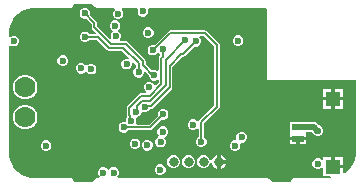
<source format=gbl>
%TF.GenerationSoftware,Altium Limited,Altium Designer,24.5.2 (23)*%
G04 Layer_Physical_Order=4*
G04 Layer_Color=16711680*
%FSLAX45Y45*%
%MOMM*%
%TF.SameCoordinates,D9EDD973-4EFE-478D-9CC6-8A1B8994CF0D*%
%TF.FilePolarity,Positive*%
%TF.FileFunction,Copper,L4,Bot,Signal*%
%TF.Part,Single*%
G01*
G75*
%TA.AperFunction,Conductor*%
%ADD30C,0.15000*%
%ADD32C,0.50000*%
%TA.AperFunction,ComponentPad*%
%ADD33C,1.77800*%
%ADD34C,0.80000*%
%TA.AperFunction,ViaPad*%
%ADD35C,0.60000*%
%ADD36C,0.50000*%
%TA.AperFunction,SMDPad,CuDef*%
%ADD37R,1.30000X1.26000*%
%ADD38R,1.00000X0.55000*%
G36*
X250048Y1485972D02*
X259972Y1479341D01*
X278349Y1471729D01*
X290054Y1469401D01*
X422601D01*
X427861Y1456701D01*
X419051Y1447890D01*
X412200Y1431351D01*
Y1413449D01*
X419051Y1396910D01*
X431710Y1384251D01*
X448249Y1377400D01*
X466151D01*
X482690Y1384251D01*
X495349Y1396910D01*
X502200Y1413449D01*
Y1431351D01*
X495349Y1447890D01*
X486539Y1456701D01*
X491799Y1469401D01*
X616273D01*
X624759Y1456701D01*
X621544Y1448940D01*
Y1431038D01*
X628395Y1414498D01*
X641053Y1401840D01*
X657593Y1394989D01*
X675495D01*
X692034Y1401840D01*
X704693Y1414498D01*
X711544Y1431038D01*
Y1448940D01*
X708329Y1456701D01*
X716815Y1469401D01*
X1700000Y1469401D01*
X1700004Y1469402D01*
X1700007Y1469401D01*
X1701800Y1469401D01*
X1714500Y1458586D01*
Y863600D01*
X2469413D01*
X2469414Y250001D01*
X2469413Y228390D01*
X2460981Y186000D01*
X2444441Y146068D01*
X2420429Y110132D01*
X2389867Y79570D01*
X2374515Y69312D01*
X2363315Y75299D01*
Y111477D01*
X2278315D01*
Y126477D01*
X2263315D01*
Y209477D01*
X2193315D01*
Y186985D01*
X2180615Y181725D01*
X2171790Y190549D01*
X2155251Y197400D01*
X2137349D01*
X2120810Y190549D01*
X2108151Y177890D01*
X2101300Y161351D01*
Y143449D01*
X2108151Y126910D01*
X2120810Y114251D01*
X2137349Y107400D01*
X2155251D01*
X2171790Y114251D01*
X2180615Y123075D01*
X2193315Y117815D01*
Y43477D01*
X2254369D01*
X2259999Y30777D01*
X2259826Y30587D01*
X2250000D01*
X1950001Y30587D01*
X1938296Y28258D01*
X1928373Y21628D01*
X1921742Y11704D01*
X1919414Y0D01*
X1763970D01*
X1749962Y14015D01*
X1740040Y20648D01*
X1721660Y28266D01*
X1709955Y30597D01*
X1700008Y30599D01*
X1700005Y30599D01*
X1700001Y30600D01*
X455279D01*
X450019Y43300D01*
X456176Y49457D01*
X463027Y65997D01*
Y83899D01*
X456176Y100438D01*
X443518Y113097D01*
X426978Y119948D01*
X409076D01*
X392537Y113097D01*
X383331Y103891D01*
X375447Y101681D01*
X367562Y103891D01*
X358356Y113097D01*
X341817Y119948D01*
X323915D01*
X307375Y113097D01*
X294717Y100438D01*
X287866Y83899D01*
Y65997D01*
X294717Y49457D01*
X300874Y43300D01*
X295614Y30600D01*
X290054D01*
X278349Y28271D01*
X259972Y20659D01*
X250048Y14029D01*
X236020Y0D01*
X80586D01*
X78258Y11704D01*
X71627Y21628D01*
X61704Y28258D01*
X49999Y30587D01*
X-250000Y30586D01*
X-271611Y30587D01*
X-314000Y39018D01*
X-353932Y55559D01*
X-389868Y79571D01*
X-420430Y110132D01*
X-444442Y146069D01*
X-460982Y186000D01*
X-469413Y228389D01*
Y250000D01*
X-469414Y1151110D01*
X-456713Y1156371D01*
X-451180Y1150837D01*
X-434640Y1143986D01*
X-416739D01*
X-400199Y1150837D01*
X-387540Y1163496D01*
X-380690Y1180035D01*
Y1197937D01*
X-387540Y1214477D01*
X-400199Y1227135D01*
X-416739Y1233986D01*
X-434640D01*
X-451180Y1227135D01*
X-456714Y1221602D01*
X-469414Y1226862D01*
X-469413Y1271610D01*
X-460982Y1314000D01*
X-444441Y1353932D01*
X-420429Y1389868D01*
X-389868Y1420429D01*
X-353931Y1444442D01*
X-314000Y1460981D01*
X-271610Y1469413D01*
X-250000D01*
X49999Y1469414D01*
X61704Y1471742D01*
X71628Y1478373D01*
X78258Y1488296D01*
X80586Y1499999D01*
X189703D01*
X236021D01*
X250048Y1485972D01*
D02*
G37*
%LPC*%
G36*
X185142Y1470243D02*
X167240D01*
X150701Y1463392D01*
X138042Y1450733D01*
X131192Y1434194D01*
Y1416292D01*
X138042Y1399752D01*
X150701Y1387094D01*
X167240Y1380243D01*
X185142D01*
X187692Y1381299D01*
X232294Y1336698D01*
Y1305564D01*
X234040Y1296785D01*
X239013Y1289342D01*
X270391Y1257964D01*
X265531Y1246230D01*
X219889D01*
X218160Y1250404D01*
X205501Y1263063D01*
X188962Y1269914D01*
X171060D01*
X154521Y1263063D01*
X141862Y1250404D01*
X135011Y1233865D01*
Y1215963D01*
X141862Y1199424D01*
X154521Y1186765D01*
X171060Y1179914D01*
X188962D01*
X205501Y1186765D01*
X218160Y1199424D01*
X218544Y1200349D01*
X278508D01*
X363079Y1115779D01*
X370521Y1110806D01*
X379300Y1109060D01*
X489702D01*
X549080Y1049681D01*
X541886Y1038915D01*
X539191Y1040031D01*
X521290D01*
X504750Y1033180D01*
X492091Y1020522D01*
X485241Y1003982D01*
Y986080D01*
X492091Y969541D01*
X504750Y956882D01*
X521290Y950031D01*
X539191D01*
X555731Y956882D01*
X568390Y969541D01*
X575240Y986080D01*
Y1003982D01*
X574124Y1006677D01*
X584891Y1013871D01*
X608190Y990572D01*
Y964378D01*
X605640Y963322D01*
X592981Y950663D01*
X586130Y934124D01*
Y916222D01*
X592981Y899682D01*
X605640Y887024D01*
X622179Y880173D01*
X640081D01*
X656621Y887024D01*
X669279Y899682D01*
X676130Y916222D01*
Y927423D01*
X688830Y932683D01*
X718968Y902546D01*
Y890589D01*
X725819Y874049D01*
X738477Y861391D01*
X755017Y854540D01*
X772919D01*
X787957Y860769D01*
X800657Y855996D01*
Y837525D01*
X776956Y813823D01*
X761975Y816803D01*
X758700Y824712D01*
X746041Y837370D01*
X729501Y844221D01*
X711600D01*
X695060Y837370D01*
X682401Y824712D01*
X675551Y808172D01*
Y790270D01*
X682401Y773731D01*
X693111Y763021D01*
X691112Y753806D01*
X689218Y750321D01*
X653339D01*
X644560Y748575D01*
X637117Y743602D01*
X637117Y743601D01*
X536475Y642960D01*
X531502Y635517D01*
X529756Y626738D01*
Y560620D01*
X531502Y551841D01*
X534207Y547793D01*
X528076Y541662D01*
X521225Y525123D01*
Y515984D01*
X515564Y506087D01*
X509492Y504871D01*
X496966D01*
X480427Y498020D01*
X467768Y485361D01*
X460918Y468822D01*
Y450920D01*
X467768Y434381D01*
X480427Y421722D01*
X496966Y414871D01*
X514868D01*
X531408Y421722D01*
X544066Y434381D01*
X545123Y436931D01*
X729411D01*
X738190Y438677D01*
X745632Y443650D01*
X826544Y524562D01*
X829094Y523505D01*
X846996D01*
X863536Y530356D01*
X876194Y543015D01*
X883045Y559554D01*
Y577456D01*
X876194Y593996D01*
X863536Y606654D01*
X846996Y613505D01*
X829094D01*
X812555Y606654D01*
X799896Y593996D01*
X793045Y577456D01*
Y559554D01*
X794102Y557004D01*
X719909Y482812D01*
X613098D01*
X606375Y495512D01*
X611225Y507221D01*
Y525123D01*
X607792Y533411D01*
X616278Y546111D01*
X618787D01*
X635326Y552962D01*
X647985Y565620D01*
X654673Y581767D01*
X654836Y582160D01*
X667536Y589139D01*
X672736Y586985D01*
X690638D01*
X707177Y593836D01*
X719836Y606495D01*
X724053Y616676D01*
X734187D01*
X742966Y618422D01*
X750408Y623395D01*
X909819Y782806D01*
X914792Y790249D01*
X916538Y799028D01*
Y972995D01*
X1001279Y1057736D01*
X1007235D01*
X1016014Y1059482D01*
X1023457Y1064455D01*
X1102524Y1143521D01*
X1105073Y1142465D01*
X1122975D01*
X1139515Y1149316D01*
X1152173Y1161975D01*
X1159024Y1178514D01*
Y1196416D01*
X1152173Y1212956D01*
X1143470Y1221659D01*
X1148730Y1234359D01*
X1184298D01*
X1272459Y1146198D01*
Y644502D01*
X1145887Y517930D01*
X1142265Y512509D01*
X1138368Y511064D01*
X1134412Y510482D01*
X1127963Y510476D01*
X1117690Y520749D01*
X1101151Y527600D01*
X1083249D01*
X1066710Y520749D01*
X1054051Y508090D01*
X1047200Y491551D01*
Y473649D01*
X1054051Y457110D01*
X1066710Y444451D01*
X1083249Y437600D01*
X1101151D01*
X1117690Y444451D01*
X1126468Y453229D01*
X1139168Y447968D01*
Y374899D01*
X1136618Y373843D01*
X1123960Y361184D01*
X1117109Y344644D01*
Y326743D01*
X1123960Y310203D01*
X1136618Y297544D01*
X1153158Y290694D01*
X1171060D01*
X1187599Y297544D01*
X1200258Y310203D01*
X1207109Y326743D01*
Y344644D01*
X1200258Y361184D01*
X1187599Y373843D01*
X1185049Y374899D01*
Y492206D01*
X1311621Y618778D01*
X1311621Y618779D01*
X1316594Y626221D01*
X1318341Y635000D01*
Y1155700D01*
X1316594Y1164479D01*
X1311621Y1171921D01*
X1311621Y1171922D01*
X1210021Y1273521D01*
X1202579Y1278494D01*
X1193800Y1280241D01*
X899935D01*
X891156Y1278494D01*
X883713Y1273521D01*
X766585Y1156393D01*
X760796Y1158790D01*
X742894D01*
X726354Y1151940D01*
X713696Y1139281D01*
X706845Y1122741D01*
Y1104840D01*
X713696Y1088300D01*
X726354Y1075641D01*
X742894Y1068791D01*
X760796D01*
X777335Y1075641D01*
X789994Y1088300D01*
X804590Y1090353D01*
X812241Y1082702D01*
X814791Y1081646D01*
Y1068255D01*
X807376Y1060840D01*
X802404Y1053397D01*
X800657Y1044618D01*
Y943083D01*
X787957Y938311D01*
X772919Y944540D01*
X755017D01*
X745713Y940686D01*
X689071Y997328D01*
Y1022970D01*
X687325Y1031749D01*
X682352Y1039191D01*
X538322Y1183221D01*
X530879Y1188194D01*
X522100Y1189940D01*
X478652D01*
X473391Y1202640D01*
X476384Y1205633D01*
X483234Y1222172D01*
Y1240074D01*
X476384Y1256614D01*
X463725Y1269272D01*
X460952Y1270421D01*
X459617Y1274881D01*
X459435Y1284796D01*
X469949Y1295310D01*
X476800Y1311849D01*
Y1329751D01*
X469949Y1346290D01*
X457290Y1358949D01*
X440751Y1365800D01*
X422849D01*
X406310Y1358949D01*
X393651Y1346290D01*
X386800Y1329751D01*
Y1311849D01*
X393651Y1295310D01*
X406310Y1282651D01*
X409083Y1281502D01*
X410418Y1277042D01*
X410599Y1267128D01*
X400086Y1256614D01*
X393235Y1240074D01*
Y1222172D01*
X396209Y1214993D01*
X385442Y1207799D01*
X278175Y1315066D01*
Y1346200D01*
X276428Y1354979D01*
X271456Y1362421D01*
X220135Y1413742D01*
X221191Y1416292D01*
Y1434194D01*
X214340Y1450733D01*
X201682Y1463392D01*
X185142Y1470243D01*
D02*
G37*
G36*
X721431Y1306344D02*
X703529D01*
X686989Y1299493D01*
X674331Y1286835D01*
X667480Y1270295D01*
Y1252393D01*
X674331Y1235854D01*
X686989Y1223195D01*
X703529Y1216345D01*
X721431D01*
X737970Y1223195D01*
X750629Y1235854D01*
X757480Y1252393D01*
Y1270295D01*
X750629Y1286835D01*
X737970Y1299493D01*
X721431Y1306344D01*
D02*
G37*
G36*
X1482151Y1238800D02*
X1464249D01*
X1447710Y1231949D01*
X1435051Y1219290D01*
X1428200Y1202751D01*
Y1184849D01*
X1435051Y1168310D01*
X1447710Y1155651D01*
X1464249Y1148800D01*
X1482151D01*
X1498690Y1155651D01*
X1511349Y1168310D01*
X1518200Y1184849D01*
Y1202751D01*
X1511349Y1219290D01*
X1498690Y1231949D01*
X1482151Y1238800D01*
D02*
G37*
G36*
X-3851Y1068243D02*
X-21753D01*
X-38292Y1061392D01*
X-50951Y1048733D01*
X-57802Y1032194D01*
Y1014292D01*
X-50951Y997753D01*
X-38292Y985094D01*
X-21753Y978243D01*
X-3851D01*
X12689Y985094D01*
X25347Y997753D01*
X32198Y1014292D01*
Y1032194D01*
X25347Y1048733D01*
X12689Y1061392D01*
X-3851Y1068243D01*
D02*
G37*
G36*
X151984Y1003059D02*
X134082D01*
X117542Y996209D01*
X104884Y983550D01*
X98033Y967011D01*
Y949109D01*
X104884Y932569D01*
X117542Y919911D01*
X134082Y913060D01*
X151984D01*
X168523Y919911D01*
X176388Y927775D01*
X189895Y927040D01*
X191333Y926127D01*
X203110Y914351D01*
X219649Y907500D01*
X237551D01*
X254090Y914351D01*
X266749Y927010D01*
X273600Y943549D01*
Y961451D01*
X266749Y977990D01*
X254090Y990649D01*
X237551Y997500D01*
X219649D01*
X203110Y990649D01*
X195245Y982785D01*
X181737Y983520D01*
X180299Y984432D01*
X168523Y996209D01*
X151984Y1003059D01*
D02*
G37*
G36*
X2363315Y784477D02*
X2293315D01*
Y716477D01*
X2363315D01*
Y784477D01*
D02*
G37*
G36*
X2263315D02*
X2193315D01*
Y716477D01*
X2263315D01*
Y784477D01*
D02*
G37*
G36*
X-316807Y904042D02*
X-344165D01*
X-370590Y896962D01*
X-394282Y883283D01*
X-413627Y863938D01*
X-427305Y840246D01*
X-434386Y813821D01*
Y786464D01*
X-427305Y760038D01*
X-413627Y736346D01*
X-394282Y717001D01*
X-370590Y703323D01*
X-344165Y696242D01*
X-316807D01*
X-290382Y703323D01*
X-266690Y717001D01*
X-247345Y736346D01*
X-233667Y760038D01*
X-226586Y786464D01*
Y813821D01*
X-233667Y840246D01*
X-247345Y863938D01*
X-266690Y883283D01*
X-290382Y896962D01*
X-316807Y904042D01*
D02*
G37*
G36*
X2363315Y686477D02*
X2293315D01*
Y618477D01*
X2363315D01*
Y686477D01*
D02*
G37*
G36*
X2263315D02*
X2193315D01*
Y618477D01*
X2263315D01*
Y686477D01*
D02*
G37*
G36*
X-316807Y650042D02*
X-344164D01*
X-370590Y642962D01*
X-394282Y629283D01*
X-413627Y609939D01*
X-427305Y586246D01*
X-434386Y559821D01*
Y532464D01*
X-427305Y506039D01*
X-413627Y482346D01*
X-394282Y463002D01*
X-370590Y449323D01*
X-344164Y442242D01*
X-316807D01*
X-290382Y449323D01*
X-266690Y463002D01*
X-247345Y482346D01*
X-233666Y506039D01*
X-226586Y532464D01*
Y559821D01*
X-233666Y586246D01*
X-247345Y609939D01*
X-266690Y629283D01*
X-290382Y642962D01*
X-316807Y650042D01*
D02*
G37*
G36*
X2044314Y506477D02*
X1914315D01*
Y424177D01*
X1914314Y422106D01*
X1909314Y411477D01*
X1909315Y410848D01*
Y378977D01*
X1979315D01*
X2049314D01*
Y410493D01*
X2049315Y411477D01*
X2051688Y423194D01*
X2095498D01*
X2105159Y413533D01*
X2108151Y406310D01*
X2120810Y393651D01*
X2137349Y386800D01*
X2155251D01*
X2171790Y393651D01*
X2184449Y406310D01*
X2191300Y422849D01*
Y440751D01*
X2184449Y457290D01*
X2171790Y469949D01*
X2158655Y475390D01*
X2141230Y492816D01*
X2127999Y501656D01*
X2112391Y504761D01*
X2112390Y504761D01*
X2044314D01*
Y506477D01*
D02*
G37*
G36*
X2049314Y348977D02*
X1994315D01*
Y316477D01*
X2049314D01*
Y348977D01*
D02*
G37*
G36*
X1964315D02*
X1909315D01*
Y316477D01*
X1964315D01*
Y348977D01*
D02*
G37*
G36*
X843044Y466352D02*
X825142D01*
X808602Y459501D01*
X795944Y446842D01*
X789093Y430303D01*
Y412401D01*
X795944Y395861D01*
X800850Y390955D01*
X797870Y375974D01*
X790551Y372943D01*
X777893Y360284D01*
X771042Y343745D01*
Y325843D01*
X777893Y309303D01*
X790551Y296645D01*
X807091Y289794D01*
X824993D01*
X841532Y296645D01*
X854191Y309303D01*
X861042Y325843D01*
Y343745D01*
X854191Y360284D01*
X849285Y365191D01*
X852264Y380171D01*
X859583Y383203D01*
X872242Y395861D01*
X879092Y412401D01*
Y430303D01*
X872242Y446842D01*
X859583Y459501D01*
X843044Y466352D01*
D02*
G37*
G36*
X609971Y363333D02*
X592069D01*
X575530Y356482D01*
X562871Y343823D01*
X556020Y327284D01*
Y309382D01*
X562871Y292842D01*
X575530Y280184D01*
X592069Y273333D01*
X609971D01*
X626511Y280184D01*
X639169Y292842D01*
X646020Y309382D01*
Y327284D01*
X639169Y343823D01*
X626511Y356482D01*
X609971Y363333D01*
D02*
G37*
G36*
X712852Y352530D02*
X694950D01*
X678411Y345680D01*
X665752Y333021D01*
X658901Y316481D01*
Y298580D01*
X665752Y282040D01*
X678411Y269381D01*
X694950Y262531D01*
X712852D01*
X729392Y269381D01*
X742050Y282040D01*
X748901Y298580D01*
Y316481D01*
X742050Y333021D01*
X729392Y345680D01*
X712852Y352530D01*
D02*
G37*
G36*
X-144296Y349828D02*
X-162198D01*
X-178737Y342977D01*
X-191396Y330318D01*
X-198247Y313779D01*
Y295877D01*
X-191396Y279338D01*
X-178737Y266679D01*
X-162198Y259828D01*
X-144296D01*
X-127756Y266679D01*
X-115098Y279338D01*
X-108247Y295877D01*
Y313779D01*
X-115098Y330318D01*
X-127756Y342977D01*
X-144296Y349828D01*
D02*
G37*
G36*
X1511798Y419445D02*
X1493896D01*
X1477356Y412594D01*
X1464698Y399935D01*
X1457847Y383396D01*
Y365494D01*
X1459487Y361533D01*
X1459384Y361093D01*
X1450601Y349800D01*
X1438849D01*
X1422310Y342949D01*
X1409651Y330290D01*
X1402800Y313751D01*
Y295849D01*
X1409651Y279310D01*
X1422310Y266651D01*
X1438849Y259800D01*
X1456751D01*
X1473290Y266651D01*
X1485949Y279310D01*
X1492800Y295849D01*
Y313751D01*
X1491159Y317712D01*
X1491262Y318152D01*
X1500046Y329445D01*
X1511798D01*
X1528337Y336296D01*
X1540996Y348954D01*
X1547847Y365494D01*
Y383396D01*
X1540996Y399935D01*
X1528337Y412594D01*
X1511798Y419445D01*
D02*
G37*
G36*
X1324238Y225607D02*
Y181878D01*
X1367967D01*
X1360103Y200864D01*
X1343225Y217743D01*
X1324238Y225607D01*
D02*
G37*
G36*
X1294238Y225608D02*
X1275250Y217743D01*
X1258372Y200864D01*
X1249238Y178812D01*
X1237237Y177818D01*
X1228864Y198032D01*
X1213392Y213504D01*
X1193177Y221877D01*
X1171297D01*
X1151083Y213504D01*
X1135611Y198032D01*
X1127238Y177817D01*
Y155937D01*
X1135611Y135722D01*
X1151083Y120251D01*
X1171297Y111877D01*
X1193177D01*
X1213392Y120251D01*
X1228864Y135722D01*
X1237237Y155937D01*
X1249238Y154942D01*
X1258372Y132890D01*
X1275250Y116012D01*
X1294238Y108147D01*
Y166878D01*
Y225608D01*
D02*
G37*
G36*
X2363315Y209477D02*
X2293315D01*
Y141477D01*
X2363315D01*
Y209477D01*
D02*
G37*
G36*
X1066177Y221877D02*
X1044297D01*
X1024083Y213504D01*
X1008611Y198032D01*
X1000238Y177817D01*
Y155937D01*
X1008611Y135722D01*
X1024083Y120251D01*
X1044297Y111877D01*
X1066177D01*
X1086392Y120251D01*
X1101864Y135722D01*
X1110237Y155937D01*
Y177817D01*
X1101864Y198032D01*
X1086392Y213504D01*
X1066177Y221877D01*
D02*
G37*
G36*
X939177D02*
X917297D01*
X897083Y213504D01*
X881611Y198032D01*
X873238Y177817D01*
Y155937D01*
X881611Y135722D01*
X897083Y120251D01*
X917297Y111877D01*
X939177D01*
X959392Y120251D01*
X974864Y135722D01*
X983237Y155937D01*
Y177817D01*
X974864Y198032D01*
X959392Y213504D01*
X939177Y221877D01*
D02*
G37*
G36*
X1367968Y151878D02*
X1324238D01*
Y108147D01*
X1343225Y116012D01*
X1360103Y132890D01*
X1367968Y151878D01*
D02*
G37*
G36*
X823566Y146469D02*
X805664D01*
X789125Y139618D01*
X776466Y126960D01*
X769615Y110420D01*
Y92518D01*
X776466Y75979D01*
X789125Y63320D01*
X805664Y56470D01*
X823566D01*
X840106Y63320D01*
X852764Y75979D01*
X859615Y92518D01*
Y110420D01*
X852764Y126960D01*
X840106Y139618D01*
X823566Y146469D01*
D02*
G37*
%LPD*%
D30*
X756440Y897516D02*
X763051D01*
Y898623D01*
X666130Y987826D02*
X756440Y897516D01*
X763051Y898623D02*
X763968Y899540D01*
X751845Y1113791D02*
X756425D01*
X899935Y1257300D01*
X837732Y1058753D02*
Y1120851D01*
X659941Y684485D02*
X729558D01*
X858598Y813525D01*
X552697Y560620D02*
Y626738D01*
X681687Y631985D02*
X689319Y639617D01*
X618446Y642990D02*
X659941Y684485D01*
X618446Y599721D02*
Y642990D01*
X552697Y626738D02*
X653339Y727380D01*
X734187Y639617D02*
X893598Y799028D01*
X689319Y639617D02*
X734187D01*
X722956Y727380D02*
X823598Y828022D01*
Y1044618D01*
X653339Y727380D02*
X722956D01*
X858598Y813525D02*
Y1030121D01*
X609836Y591111D02*
X618446Y599721D01*
X499205Y1132000D02*
X631130Y1000074D01*
X522100Y1167000D02*
X666130Y1022970D01*
X631130Y925173D02*
Y1000074D01*
X666130Y987826D02*
Y1022970D01*
X552697Y560620D02*
X557615Y555701D01*
Y524782D02*
X566225Y516172D01*
X557615Y524782D02*
Y555701D01*
X823598Y1044618D02*
X837732Y1058753D01*
X858598Y1030121D02*
X1026353Y1197876D01*
X1007235Y1080676D02*
X1114024Y1187465D01*
X893598Y982498D02*
X991776Y1080676D01*
X1007235D01*
X176191Y1425243D02*
X255234Y1346200D01*
X1162109Y501709D02*
X1295400Y635000D01*
X1193800Y1257300D02*
X1295400Y1155700D01*
Y635000D02*
Y1155700D01*
X1162109Y335694D02*
Y501709D01*
X899935Y1257300D02*
X1193800D01*
X379300Y1132000D02*
X499205D01*
X255234Y1305564D02*
Y1346200D01*
X288011Y1223290D02*
X379300Y1132000D01*
X181635Y1223290D02*
X288011D01*
X255234Y1305564D02*
X393798Y1167000D01*
X522100D01*
X180011Y1224914D02*
X181635Y1223290D01*
X893598Y799028D02*
Y982498D01*
X505917Y459871D02*
X729411D01*
X838045Y568505D01*
D32*
X2112391Y463977D02*
X2144568Y431800D01*
X2146300D01*
X2012090Y463977D02*
X2112391D01*
D33*
X-330486Y800142D02*
D03*
X-330486Y546142D02*
D03*
D34*
X1309237Y166877D02*
D03*
X1182237D02*
D03*
X1055237D02*
D03*
X928237D02*
D03*
D35*
X88900Y228600D02*
D03*
X666544Y1439989D02*
D03*
X254000Y1054100D02*
D03*
X431800Y850900D02*
D03*
X127000Y1092200D02*
D03*
X-419100Y1079500D02*
D03*
X838200Y215900D02*
D03*
X672975Y206320D02*
D03*
X393700Y177800D02*
D03*
X-152400Y76200D02*
D03*
X-342900Y165100D02*
D03*
X720551Y799221D02*
D03*
X763968Y899540D02*
D03*
X751845Y1113791D02*
D03*
X837732Y1120851D02*
D03*
X601020Y318333D02*
D03*
X703901Y307530D02*
D03*
X816042Y334794D02*
D03*
X681687Y631985D02*
D03*
X609836Y591111D02*
D03*
X631130Y925173D02*
D03*
X530240Y995031D02*
D03*
X566225Y516172D02*
D03*
X1026353Y1197876D02*
D03*
X1114024Y1187465D02*
D03*
X141877Y1349997D02*
D03*
X176191Y1425243D02*
D03*
X143033Y958060D02*
D03*
X-190500Y1435100D02*
D03*
X-308060Y1422235D02*
D03*
X332866Y74948D02*
D03*
X418027D02*
D03*
X-153247Y304828D02*
D03*
X-169057Y160387D02*
D03*
X250704Y336403D02*
D03*
X429862Y426699D02*
D03*
X814615Y101469D02*
D03*
X543215Y912284D02*
D03*
X431800Y1320800D02*
D03*
X438235Y1231123D02*
D03*
X419100Y1066800D02*
D03*
X505917Y459871D02*
D03*
X838045Y568505D02*
D03*
X228600Y952500D02*
D03*
X1162109Y335694D02*
D03*
X-425690Y1188986D02*
D03*
X-12802Y1023243D02*
D03*
X834093Y421352D02*
D03*
X1092200Y482600D02*
D03*
X712480Y1261344D02*
D03*
X180011Y1224914D02*
D03*
X457200Y1422400D02*
D03*
X1502847Y374445D02*
D03*
X2146300Y431800D02*
D03*
Y152400D02*
D03*
X1808832Y244309D02*
D03*
X1397000Y88900D02*
D03*
X1287147Y519700D02*
D03*
X1052930Y307865D02*
D03*
X941456Y310053D02*
D03*
X1612900Y787400D02*
D03*
X1735000Y830735D02*
D03*
X1799496Y405945D02*
D03*
X1473200Y622300D02*
D03*
X2026512Y566623D02*
D03*
X1447800Y304800D02*
D03*
X915433Y1423025D02*
D03*
X813833D02*
D03*
X1169433Y1435725D02*
D03*
X1417281Y1403761D02*
D03*
X1835000Y830779D02*
D03*
X1678221Y935056D02*
D03*
X1678177Y1035056D02*
D03*
X1678133Y1135056D02*
D03*
X1676401Y1224291D02*
D03*
X1678000Y1435056D02*
D03*
X1935000Y830823D02*
D03*
X2035000Y830868D02*
D03*
X2135000Y830912D02*
D03*
X2235000Y830956D02*
D03*
X2335000Y831000D02*
D03*
X2435000Y831044D02*
D03*
X1473200Y1193800D02*
D03*
D36*
X265412Y576400D02*
D03*
X155413Y576400D02*
D03*
X265412Y686400D02*
D03*
X155413Y686400D02*
D03*
X1199196Y975787D02*
D03*
Y865787D02*
D03*
Y755787D02*
D03*
X1089196Y975787D02*
D03*
Y865787D02*
D03*
Y755787D02*
D03*
X979196Y975787D02*
D03*
Y865787D02*
D03*
Y755787D02*
D03*
D37*
X2278315Y126477D02*
D03*
Y701477D02*
D03*
D38*
X1979315Y363977D02*
D03*
Y463977D02*
D03*
%TF.MD5,7e83b932ce9b26137e9aed8d59870f48*%
M02*

</source>
